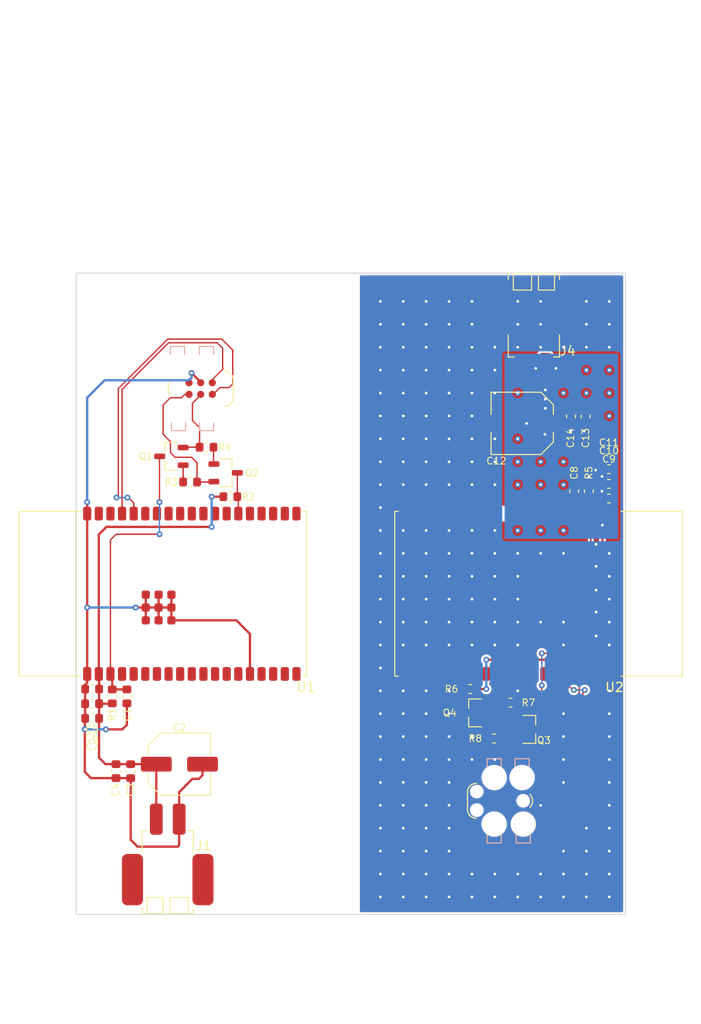
<source format=kicad_pcb>
(kicad_pcb (version 20211014) (generator pcbnew)
  (layers (0 "F.Cu" signal) (1 "In1.Cu" signal) (2 "In2.Cu" signal) (31 "B.Cu" signal) (34 "B.Paste" user) (35 "F.Paste" user) (36 "B.SilkS" user "B.Silkscreen") (37 "F.SilkS" user "F.Silkscreen") (38 "B.Mask" user) (39 "F.Mask" user) (44 "Edge.Cuts" user))
  (net 0 "")
  (net 1 "+3V3")
  (net 2 "GND")
  (net 3 "/EN")
  (net 4 "/1_EN")
  (net 5 "/USB_DTR")
  (net 7 "/USB_RTS")
  (net 8 "/1_USB_DTR")
  (net 10 "/1_USB_RTS")
  (net 11 "Net-(Q1-Pad1)")
  (net 12 "Net-(Q2-Pad1)")
  (net 13 "/IO0")
  (net 14 "Net-(Q3-Pad1)")
  (net 15 "Net-(Q4-Pad1)")
  (net 16 "/1_IO0")
  (net 75 "/ESP_RX")
  (net 76 "/ESP_TX")
  (net 79 "/1_ESP_RX")
  (net 80 "/1_ESP_TX")
  (net 81 "/1_3V3")
  (net 82 "/1_GND")
  (footprint "footprints:RESISTOR_0603N" (layer "F.Cu") (at 56 -46.2 -90)
    (fp_text reference "R5")
    (fp_text value "RC0603JR-0710KL")
  )
  (footprint "footprints:TC2030_SMALL" (layer "F.Cu") (at 13.6 -57.4)
    (fp_text reference "J2" hide)
    (fp_text value "Tag_Connect_Programmer_6-Pin" hide)
  )
  (footprint "footprints:CAPACITOR_0603N" (layer "F.Cu") (at 1.74 -21.4 180)
    (fp_text reference "C7")
    (fp_text value "CC0603KRX5R9BB105")
  )
  (footprint "footprints:RESISTOR_0603N" (layer "F.Cu") (at 47.46 -23.115001)
    (fp_text reference "R7")
    (fp_text value "RC0603JR-0710KL")
  )
  (footprint "footprints:RESISTOR_0603N" (layer "F.Cu") (at 3.94 -23.8 90)
    (fp_text reference "R1")
    (fp_text value "RC0603JR-0710KL")
  )
  (footprint "footprints:CAPACITOR_0603N" (layer "F.Cu") (at 58.2 -48.6)
    (fp_text reference "C11")
    (fp_text value "CC0603KRX5R9BB105")
  )
  (footprint "footprints:RESISTOR_0603N" (layer "F.Cu") (at 5.95 -15.64 -90)
    (fp_text reference "C3")
    (fp_text value "EMK107BB7225MA-T")
  )
  (footprint "footprints:RESISTOR_0603N" (layer "F.Cu") (at 45.66 -19.2 180)
    (fp_text reference "R8")
    (fp_text value "RC0603JR-0710KL")
  )
  (footprint "footprints:CAPAE660X550D720L265X65N" (layer "F.Cu") (at 11.275 -16.4)
    (fp_text reference "C2")
    (fp_text value "EMVE160ADA470MF55G")
  )
  (footprint "footprints:RESISTOR_0603N" (layer "F.Cu") (at 14.24 -51)
    (fp_text reference "R4")
    (fp_text value "RC0603JR-0710KL")
  )
  (footprint "footprints:RESISTOR_0603N" (layer "F.Cu") (at 43.06 -24.6 180)
    (fp_text reference "R6")
    (fp_text value "RC0603JR-0710KL")
  )
  (footprint "footprints:RESISTOR_0603N" (layer "F.Cu") (at 55.65 -54.36 90)
    (fp_text reference "C13")
    (fp_text value "EMK107BB7225MA-T")
  )
  (footprint "footprints:TC2030_SMALL" (layer "F.Cu") (at 46.3 -12.4 180)
    (fp_text reference "J3" hide)
    (fp_text value "Tag_Connect_Programmer_6-Pin" hide)
  )
  (footprint "footprints:CAPACITOR_0603N" (layer "F.Cu") (at 5.54 -23.8 -90)
    (fp_text reference "C1")
    (fp_text value "CC0603KRX5R9BB105")
  )
  (footprint "footprints:MMSS8050-L-TPN" (layer "F.Cu") (at 10.4 -50 180)
    (fp_text reference "Q1")
    (fp_text value "MMSS8050-L-TP")
  )
  (footprint "footprints:CAPACITOR_0603N" (layer "F.Cu") (at 54.4 -46.2 90)
    (fp_text reference "C8")
    (fp_text value "CC0603KRX5R9BB105")
  )
  (footprint "footprints:RESISTOR_0603N" (layer "F.Cu") (at 4.35 -15.64 -90)
    (fp_text reference "C4")
    (fp_text value "EMK107BB7225MA-T")
  )
  (footprint "footprints:RESISTOR_0603N" (layer "F.Cu") (at 54.05 -54.36 90)
    (fp_text reference "C14")
    (fp_text value "EMK107BB7225MA-T")
  )
  (footprint "footprints:CAPACITOR_0603N" (layer "F.Cu") (at 58.2 -45.4)
    (fp_text reference "C9")
    (fp_text value "CC0603KRX5R9BB105")
  )
  (footprint "footprints:MMSS8050-L-TPN" (layer "F.Cu") (at 16.32 -48.2)
    (fp_text reference "Q2")
    (fp_text value "MMSS8050-L-TP")
  )
  (footprint "footprints:ESP32-WROVER-IE-N8R8_EXT_ANT" (layer "F.Cu") (at 9.46 -35 90)
    (fp_text reference "U1")
    (fp_text value "ESP32-WROVER-IE-N8R8")
  )
  (footprint "footprints:CAPACITOR_0603N" (layer "F.Cu") (at 1.74 -23 180)
    (fp_text reference "C6")
    (fp_text value "CC0603KRX5R9BB105")
  )
  (footprint "footprints:CAPAE660X550D720L265X65N" (layer "F.Cu") (at 48.725 -53.6 180)
    (fp_text reference "C12")
    (fp_text value "EMVE160ADA470MF55G")
  )
  (footprint "footprints:RESISTOR_0603N" (layer "F.Cu") (at 12.44 -47.2 180)
    (fp_text reference "R3")
    (fp_text value "RC0603JR-0710KL")
  )
  (footprint "footprints:MMSS8050-L-TPN" (layer "F.Cu") (at 43.58 -22 180)
    (fp_text reference "Q4")
    (fp_text value "MMSS8050-L-TP")
  )
  (footprint "footprints:MMSS8050-L-TPN" (layer "F.Cu") (at 49.5 -20.2)
    (fp_text reference "Q3")
    (fp_text value "MMSS8050-L-TP")
  )
  (footprint "footprints:ESP32-WROVER-IE-N8R8_EXT_ANT" (layer "F.Cu") (at 50.5 -35 -90)
    (fp_text reference "U2")
    (fp_text value "ESP32-WROVER-IE-N8R8")
  )
  (footprint "footprints:1702473" (layer "F.Cu") (at 50 -62.9 180)
    (fp_text reference "J4")
    (fp_text value "1702473")
  )
  (footprint "footprints:1702473" (layer "F.Cu") (at 10 -7.1)
    (fp_text reference "J1")
    (fp_text value "1702473")
  )
  (footprint "footprints:RESISTOR_0603N" (layer "F.Cu") (at 16.84 -45.6)
    (fp_text reference "R2")
    (fp_text value "RC0603JR-0710KL")
  )
  (footprint "footprints:CAPACITOR_0603N" (layer "F.Cu") (at 58.2 -47)
    (fp_text reference "C10")
    (fp_text value "CC0603KRX5R9BB105")
  )
  (footprint "footprints:CAPACITOR_0603N" (layer "F.Cu") (at 1.74 -24.6 180)
    (fp_text reference "C5")
    (fp_text value "CC0603KRX5R9BB105")
  )
  (gr_rect (start 0 0) (end 60 -70) (layer "Edge.Cuts") (width 0.1) (fill none))
  (segment (start 51.25 -56.25) (end 51.25 -55.25) (width 1) (layer "F.Cu") (net 1))
  (segment (start 56.85 -48.6) (end 57.44 -48.6) (width 0.75) (layer "F.Cu") (net 1))
  (segment (start 57.49 -45.35) (end 57.44 -45.4) (width 0.75) (layer "F.Cu") (net 1))
  (segment (start 56.7 -53.6) (end 55.65 -53.6) (width 0.75) (layer "F.Cu") (net 1))
  (segment (start 51.25 -53.6) (end 49.2 -53.6) (width 0.75) (layer "F.Cu") (net 1))
  (segment (start 51.25 -55.25) (end 51.25 -53.6) (width 1) (layer "F.Cu") (net 1))
  (segment (start 51.25 -52.45) (end 51.2 -52.4) (width 0.75) (layer "F.Cu") (net 1))
  (segment (start 56 -46.96) (end 57.4 -46.96) (width 0.75) (layer "F.Cu") (net 1))
  (segment (start 51.25 -57.25) (end 51.25 -56.25) (width 1) (layer "F.Cu") (net 1))
  (segment (start 44.8 -24.6) (end 43.82 -24.6) (width 0.25) (layer "F.Cu") (net 1))
  (segment (start 51.25 -53.6) (end 51.25 -52.45) (width 0.75) (layer "F.Cu") (net 1))
  (segment (start 57.44 -48.6) (end 57.44 -52.86) (width 0.75) (layer "F.Cu") (net 1))
  (segment (start 51.25 -59.6) (end 52.4 -59.6) (width 1) (layer "F.Cu") (net 1))
  (segment (start 57.44 -47.81) (end 57.44 -48.6) (width 0.75) (layer "F.Cu") (net 1))
  (segment (start 57.49 -28.79) (end 57 -28.3) (width 0.25) (layer "F.Cu") (net 1))
  (segment (start 56 -46.96) (end 56 -47.75) (width 0.75) (layer "F.Cu") (net 1))
  (segment (start 50.8 -27.8) (end 44.8 -27.8) (width 0.25) (layer "F.Cu") (net 1))
  (segment (start 57.49 -44.51) (end 57.49 -42.49) (width 0.75) (layer "F.Cu") (net 1))
  (segment (start 57.44 -45.4) (end 57.44 -47.81) (width 0.75) (layer "F.Cu") (net 1))
  (segment (start 57.49 -42.49) (end 57.49 -28.79) (width 0.25) (layer "F.Cu") (net 1))
  (segment (start 57.4 -46.96) (end 57.44 -47) (width 0.75) (layer "F.Cu") (net 1))
  (segment (start 55.65 -52.9) (end 55.65 -53.6) (width 0.75) (layer "F.Cu") (net 1))
  (segment (start 54.05 -53.6) (end 55.65 -53.6) (width 0.75) (layer "F.Cu") (net 1))
  (segment (start 55.5 -52.75) (end 55.65 -52.9) (width 0.75) (layer "F.Cu") (net 1))
  (segment (start 54.05 -52.8) (end 54.05 -53.6) (width 0.75) (layer "F.Cu") (net 1))
  (segment (start 57.49 -43.75) (end 57.49 -42.49) (width 0.25) (layer "F.Cu") (net 1))
  (segment (start 51.25 -53.6) (end 54.05 -53.6) (width 0.75) (layer "F.Cu") (net 1))
  (segment (start 57.49 -44.51) (end 57.49 -45.35) (width 0.75) (layer "F.Cu") (net 1))
  (segment (start 56.75 -48.5) (end 56.85 -48.6) (width 0.75) (layer "F.Cu") (net 1))
  (segment (start 51.25 -59.6) (end 51.25 -57.25) (width 1) (layer "F.Cu") (net 1))
  (segment (start 51.25 -59.6) (end 50.2 -59.6) (width 1) (layer "F.Cu") (net 1))
  (segment (start 57 -28.3) (end 56.5 -27.8) (width 0.25) (layer "F.Cu") (net 1))
  (segment (start 57.49 -43.75) (end 57.49 -44.51) (width 0.75) (layer "F.Cu") (net 1))
  (segment (start 57.44 -52.86) (end 56.7 -53.6) (width 0.75) (layer "F.Cu") (net 1))
  (segment (start 54 -52.75) (end 54.05 -52.8) (width 0.75) (layer "F.Cu") (net 1))
  (segment (start 56.5 -27.8) (end 50.8 -27.8) (width 0.25) (layer "F.Cu") (net 1))
  (via (at 44.8 -24.6) (size 0.65) (drill 0.3) (layers "F.Cu" "B.Cu") (net 1))
  (via (at 56 -47.75) (size 0.65) (drill 0.3) (layers "F.Cu" "B.Cu") (net 1))
  (via (at 57.49 -42.49) (size 0.65) (drill 0.3) (layers "F.Cu" "B.Cu") (net 1))
  (via (at 56.75 -48.5) (size 0.65) (drill 0.3) (layers "F.Cu" "B.Cu") (net 1))
  (via (at 51.25 -57.25) (size 0.65) (drill 0.3) (layers "F.Cu" "B.Cu") (net 1))
  (via (at 51.25 -55.25) (size 0.65) (drill 0.3) (layers "F.Cu" "B.Cu") (net 1))
  (via (at 51.2 -52.4) (size 0.65) (drill 0.3) (layers "F.Cu" "B.Cu") (net 1))
  (via (at 55.5 -52.75) (size 0.65) (drill 0.3) (layers "F.Cu" "B.Cu") (net 1))
  (via (at 57.44 -46.19) (size 0.65) (drill 0.3) (layers "F.Cu" "B.Cu") (net 1))
  (via (at 54 -52.75) (size 0.65) (drill 0.3) (layers "F.Cu" "B.Cu") (net 1))
  (via (at 49.2 -53.6) (size 0.65) (drill 0.3) (layers "F.Cu" "B.Cu") (net 1))
  (via (at 51.25 -56.25) (size 0.65) (drill 0.3) (layers "F.Cu" "B.Cu") (net 1))
  (via (at 57.44 -47.81) (size 0.65) (drill 0.3) (layers "F.Cu" "B.Cu") (net 1))
  (via (at 52.4 -59.6) (size 0.65) (drill 0.3) (layers "F.Cu" "B.Cu") (net 1))
  (via (at 44.8 -27.8) (size 0.65) (drill 0.3) (layers "F.Cu" "B.Cu") (net 1))
  (via (at 50.2 -59.6) (size 0.65) (drill 0.3) (layers "F.Cu" "B.Cu") (net 1))
  (segment (start 44.8 -27.8) (end 44.8 -24.6) (width 0.25) (layer "B.Cu") (net 1))
  (via (at 48.235 -34.409524) (size 0.65) (drill 0.3) (layers "F.Cu" "B.Cu") (net 2))
  (via (at 38.235 -29.409524) (size 0.65) (drill 0.3) (layers "F.Cu" "B.Cu") (net 2))
  (via (at 33.235 -31.909524) (size 0.65) (drill 0.3) (layers "F.Cu" "B.Cu") (net 2))
  (via (at 43.235 -51.909524) (size 0.65) (drill 0.3) (layers "F.Cu" "B.Cu") (net 2))
  (via (at 40.735 -4.409524) (size 0.65) (drill 0.3) (layers "F.Cu" "B.Cu") (net 2))
  (via (at 48.235 -31.909524) (size 0.65) (drill 0.3) (layers "F.Cu" "B.Cu") (net 2))
  (via (at 45.735 -34.409524) (size 0.65) (drill 0.3) (layers "F.Cu" "B.Cu") (net 2))
  (via (at 58.235 -16.909524) (size 0.65) (drill 0.3) (layers "F.Cu" "B.Cu") (net 2))
  (via (at 45.735 -61.909524) (size 0.65) (drill 0.3) (layers "F.Cu" "B.Cu") (net 2))
  (via (at 35.735 -29.409524) (size 0.65) (drill 0.3) (layers "F.Cu" "B.Cu") (net 2))
  (via (at 45.735 -59.409524) (size 0.65) (drill 0.3) (layers "F.Cu" "B.Cu") (net 2))
  (via (at 53.235 -49.409524) (size 0.65) (drill 0.3) (layers "F.Cu" "B.Cu") (net 2))
  (via (at 45.735 -1.909524) (size 0.65) (drill 0.3) (layers "F.Cu" "B.Cu") (net 2))
  (via (at 43.235 -31.909524) (size 0.65) (drill 0.3) (layers "F.Cu" "B.Cu") (net 2))
  (via (at 35.735 -46.909524) (size 0.65) (drill 0.3) (layers "F.Cu" "B.Cu") (net 2))
  (via (at 53.235 -1.909524) (size 0.65) (drill 0.3) (layers "F.Cu" "B.Cu") (net 2))
  (via (at 50.735 -61.909524) (size 0.65) (drill 0.3) (layers "F.Cu" "B.Cu") (net 2))
  (via (at 35.735 -59.409524) (size 0.65) (drill 0.3) (layers "F.Cu" "B.Cu") (net 2))
  (via (at 35.735 -1.909524) (size 0.65) (drill 0.3) (layers "F.Cu" "B.Cu") (net 2))
  (via (at 50.735 -31.909524) (size 0.65) (drill 0.3) (layers "F.Cu" "B.Cu") (net 2))
  (via (at 45.735 -29.409524) (size 0.65) (drill 0.3) (layers "F.Cu" "B.Cu") (net 2))
  (via (at 48.235 -1.909524) (size 0.65) (drill 0.3) (layers "F.Cu" "B.Cu") (net 2))
  (via (at 55.735 -61.909524) (size 0.65) (drill 0.3) (layers "F.Cu" "B.Cu") (net 2))
  (via (at 55.735 -56.909524) (size 0.65) (drill 0.3) (layers "F.Cu" "B.Cu") (net 2))
  (via (at 43.235 -49.409524) (size 0.65) (drill 0.3) (layers "F.Cu" "B.Cu") (net 2))
  (via (at 58.235 -66.909524) (size 0.65) (drill 0.3) (layers "F.Cu" "B.Cu") (net 2))
  (via (at 33.235 -19.409524) (size 0.65) (drill 0.3) (layers "F.Cu" "B.Cu") (net 2))
  (via (at 40.735 -36.909524) (size 0.65) (drill 0.3) (layers "F.Cu" "B.Cu") (net 2))
  (via (at 58.235 -64.409524) (size 0.65) (drill 0.3) (layers "F.Cu" "B.Cu") (net 2))
  (via (at 58.235 -54.409524) (size 0.65) (drill 0.3) (layers "F.Cu" "B.Cu") (net 2))
  (via (at 40.735 -39.409524) (size 0.65) (drill 0.3) (layers "F.Cu" "B.Cu") (net 2))
  (via (at 35.735 -39.409524) (size 0.65) (drill 0.3) (layers "F.Cu" "B.Cu") (net 2))
  (via (at 40.735 -11.909524) (size 0.65) (drill 0.3) (layers "F.Cu" "B.Cu") (net 2))
  (via (at 33.235 -21.909524) (size 0.65) (drill 0.3) (layers "F.Cu" "B.Cu") (net 2))
  (via (at 33.235 -44.409524) (size 0.65) (drill 0.3) (layers "F.Cu" "B.Cu") (net 2))
  (via (at 40.735 -64.409524) (size 0.65) (drill 0.3) (layers "F.Cu" "B.Cu") (net 2))
  (via (at 48.235 -41.909524) (size 0.65) (drill 0.3) (layers "F.Cu" "B.Cu") (net 2))
  (via (at 48.235 -36.909524) (size 0.65) (drill 0.3) (layers "F.Cu" "B.Cu") (net 2))
  (via (at 50.735 -49.409524) (size 0.65) (drill 0.3) (layers "F.Cu" "B.Cu") (net 2))
  (via (at 55.735 -59.409524) (size 0.65) (drill 0.3) (layers "F.Cu" "B.Cu") (net 2))
  (via (at 45.735 -39.409524) (size 0.65) (drill 0.3) (layers "F.Cu" "B.Cu") (net 2))
  (via (at 35.735 -56.909524) (size 0.65) (drill 0.3) (layers "F.Cu" "B.Cu") (net 2))
  (via (at 33.235 -49.409524) (size 0.65) (drill 0.3) (layers "F.Cu" "B.Cu") (net 2))
  (via (at 38.235 -21.909524) (size 0.65) (drill 0.3) (layers "F.Cu" "B.Cu") (net 2))
  (via (at 56.8 -40.4) (size 0.65) (drill 0.3) (layers "F.Cu" "B.Cu") (net 2))
  (via (at 58.235 -21.909524) (size 0.65) (drill 0.3) (layers "F.Cu" "B.Cu") (net 2))
  (via (at 33.235 -64.409524) (size 0.65) (drill 0.3) (layers "F.Cu" "B.Cu") (net 2))
  (via (at 48.235 -51.909524) (size 0.65) (drill 0.3) (layers "F.Cu" "B.Cu") (net 2))
  (via (at 33.235 -56.909524) (size 0.65) (drill 0.3) (layers "F.Cu" "B.Cu") (net 2))
  (via (at 55.735 -1.909524) (size 0.65) (drill 0.3) (layers "F.Cu" "B.Cu") (net 2))
  (via (at 40.735 -41.909524) (size 0.65) (drill 0.3) (layers "F.Cu" "B.Cu") (net 2))
  (via (at 40.735 -49.409524) (size 0.65) (drill 0.3) (layers "F.Cu" "B.Cu") (net 2))
  (via (at 40.735 -61.909524) (size 0.65) (drill 0.3) (layers "F.Cu" "B.Cu") (net 2))
  (via (at 38.235 -31.909524) (size 0.65) (drill 0.3) (layers "F.Cu" "B.Cu") (net 2))
  (via (at 38.235 -46.909524) (size 0.65) (drill 0.3) (layers "F.Cu" "B.Cu") (net 2))
  (via (at 38.235 -4.409524) (size 0.65) (drill 0.3) (layers "F.Cu" "B.Cu") (net 2))
  (via (at 40.735 -19.409524) (size 0.65) (drill 0.3) (layers "F.Cu" "B.Cu") (net 2))
  (via (at 53.235 -46.909524) (size 0.65) (drill 0.3) (layers "F.Cu" "B.Cu") (net 2))
  (via (at 53.235 -61.909524) (size 0.65) (drill 0.3) (layers "F.Cu" "B.Cu") (net 2))
  (via (at 48.235 -29.409524) (size 0.65) (drill 0.3) (layers "F.Cu" "B.Cu") (net 2))
  (via (at 35.735 -21.909524) (size 0.65) (drill 0.3) (layers "F.Cu" "B.Cu") (net 2))
  (via (at 50.735 -4.409524) (size 0.65) (drill 0.3) (layers "F.Cu" "B.Cu") (net 2))
  (via (at 33.235 -24.409524) (size 0.65) (drill 0.3) (layers "F.Cu" "B.Cu") (net 2))
  (via (at 35.735 -6.909524) (size 0.65) (drill 0.3) (layers "F.Cu" "B.Cu") (net 2))
  (via (at 58.235 -61.909524) (size 0.65) (drill 0.3) (layers "F.Cu" "B.Cu") (net 2))
  (via (at 58.235 -24.409524) (size 0.65) (drill 0.3) (layers "F.Cu" "B.Cu") (net 2))
  (via (at 40.735 -66.909524) (size 0.65) (drill 0.3) (layers "F.Cu" "B.Cu") (net 2))
  (via (at 38.235 -24.409524) (size 0.65) (drill 0.3) (layers "F.Cu" "B.Cu") (net 2))
  (via (at 53.235 -31.909524) (size 0.65) (drill 0.3) (layers "F.Cu" "B.Cu") (net 2))
  (via (at 38.235 -34.409524) (size 0.65) (drill 0.3) (layers "F.Cu" "B.Cu") (net 2))
  (via (at 35.735 -66.909524) (size 0.65) (drill 0.3) (layers "F.Cu" "B.Cu") (net 2))
  (via (at 58.235 -11.909524) (size 0.65) (drill 0.3) (layers "F.Cu" "B.Cu") (net 2))
  (via (at 38.235 -14.409524) (size 0.65) (drill 0.3) (layers "F.Cu" "B.Cu") (net 2))
  (via (at 38.235 -41.909524) (size 0.65) (drill 0.3) (layers "F.Cu" "B.Cu") (net 2))
  (via (at 40.735 -34.409524) (size 0.65) (drill 0.3) (layers "F.Cu" "B.Cu") (net 2))
  (via (at 43.235 -41.909524) (size 0.65) (drill 0.3) (layers "F.Cu" "B.Cu") (net 2))
  (via (at 38.235 -19.409524) (size 0.65) (drill 0.3) (layers "F.Cu" "B.Cu") (net 2))
  (via (at 33.235 -54.409524) (size 0.65) (drill 0.3) (layers "F.Cu" "B.Cu") (net 2))
  (via (at 50.735 -64.409524) (size 0.65) (drill 0.3) (layers "F.Cu" "B.Cu") (net 2))
  (via (at 48.235 -61.909524) (size 0.65) (drill 0.3) (layers "F.Cu" "B.Cu") (net 2))
  (via (at 53.235 -39.409524) (size 0.65) (drill 0.3) (layers "F.Cu" "B.Cu") (net 2))
  (via (at 45.735 -41.909524) (size 0.65) (drill 0.3) (layers "F.Cu" "B.Cu") (net 2))
  (via (at 45.735 -36.909524) (size 0.65) (drill 0.3) (layers "F.Cu" "B.Cu") (net 2))
  (via (at 40.735 -31.909524) (size 0.65) (drill 0.3) (layers "F.Cu" "B.Cu") (net 2))
  (via (at 40.735 -1.909524) (size 0.65) (drill 0.3) (layers "F.Cu" "B.Cu") (net 2))
  (via (at 43.235 -59.409524) (size 0.65) (drill 0.3) (layers "F.Cu" "B.Cu") (net 2))
  (via (at 33.235 -36.909524) (size 0.65) (drill 0.3) (layers "F.Cu" "B.Cu") (net 2))
  (via (at 50.735 -1.909524) (size 0.65) (drill 0.3) (layers "F.Cu" "B.Cu") (net 2))
  (via (at 33.235 -39.409524) (size 0.65) (drill 0.3) (layers "F.Cu" "B.Cu") (net 2))
  (via (at 35.735 -24.409524) (size 0.65) (drill 0.3) (layers "F.Cu" "B.Cu") (net 2))
  (via (at 40.735 -29.409524) (size 0.65) (drill 0.3) (layers "F.Cu" "B.Cu") (net 2))
  (via (at 33.235 -46.909524) (size 0.65) (drill 0.3) (layers "F.Cu" "B.Cu") (net 2))
  (via (at 33.235 -41.909524) (size 0.65) (drill 0.3) (layers "F.Cu" "B.Cu") (net 2))
  (via (at 48.235 -49.409524) (size 0.65) (drill 0.3) (layers "F.Cu" "B.Cu") (net 2))
  (via (at 33.235 -4.409524) (size 0.65) (drill 0.3) (layers "F.Cu" "B.Cu") (net 2))
  (via (at 43.235 -29.409524) (size 0.65) (drill 0.3) (layers "F.Cu" "B.Cu") (net 2))
  (via (at 35.735 -34.409524) (size 0.65) (drill 0.3) (layers "F.Cu" "B.Cu") (net 2))
  (via (at 48.235 -39.409524) (size 0.65) (drill 0.3) (layers "F.Cu" "B.Cu") (net 2))
  (via (at 58.235 -56.909524) (size 0.65) (drill 0.3) (layers "F.Cu" "B.Cu") (net 2))
  (via (at 40.735 -46.909524) (size 0.65) (drill 0.3) (layers "F.Cu" "B.Cu") (net 2))
  (via (at 40.735 -24.409524) (size 0.65) (drill 0.3) (layers "F.Cu" "B.Cu") (net 2))
  (via (at 53.235 -19.409524) (size 0.65) (drill 0.3) (layers "F.Cu" "B.Cu") (net 2))
  (via (at 35.735 -16.909524) (size 0.65) (drill 0.3) (layers "F.Cu" "B.Cu") (net 2))
  (via (at 53.235 -56.909524) (size 0.65) (drill 0.3) (layers "F.Cu" "B.Cu") (net 2))
  (via (at 38.235 -39.409524) (size 0.65) (drill 0.3) (layers "F.Cu" "B.Cu") (net 2))
  (via (at 40.735 -54.409524) (size 0.65) (drill 0.3) (layers "F.Cu" "B.Cu") (net 2))
  (via (at 33.235 -11.909524) (size 0.65) (drill 0.3) (layers "F.Cu" "B.Cu") (net 2))
  (via (at 50.735 -46.909524) (size 0.65) (drill 0.3) (layers "F.Cu" "B.Cu") (net 2))
  (via (at 40.735 -16.909524) (size 0.65) (drill 0.3) (layers "F.Cu" "B.Cu") (net 2))
  (via (at 43.235 -16.909524) (size 0.65) (drill 0.3) (layers "F.Cu" "B.Cu") (net 2))
  (via (at 45.735 -4.409524) (size 0.65) (drill 0.3) (layers "F.Cu" "B.Cu") (net 2))
  (via (at 35.735 -54.409524) (size 0.65) (drill 0.3) (layers "F.Cu" "B.Cu") (net 2))
  (via (at 43.235 -46.909524) (size 0.65) (drill 0.3) (layers "F.Cu" "B.Cu") (net 2))
  (via (at 40.735 -56.909524) (size 0.65) (drill 0.3) (layers "F.Cu" "B.Cu") (net 2))
  (via (at 40.735 -9.409524) (size 0.65) (drill 0.3) (layers "F.Cu" "B.Cu") (net 2))
  (via (at 43.235 -39.409524) (size 0.65) (drill 0.3) (layers "F.Cu" "B.Cu") (net 2))
  (via (at 58.235 -9.409524) (size 0.65) (drill 0.3) (layers "F.Cu" "B.Cu") (net 2))
  (via (at 48.235 -24.409524) (size 0.65) (drill 0.3) (layers "F.Cu" "B.Cu") (net 2))
  (via (at 56.8 -38) (size 0.65) (drill 0.3) (layers "F.Cu" "B.Cu") (net 2))
  (via (at 43.235 -34.409524) (size 0.65) (drill 0.3) (layers "F.Cu" "B.Cu") (net 2))
  (via (at 58.235 -4.409524) (size 0.65) (drill 0.3) (layers "F.Cu" "B.Cu") (net 2))
  (via (at 40.735 -6.909524) (size 0.65) (drill 0.3) (layers "F.Cu" "B.Cu") (net 2))
  (via (at 53.235 -6.909524) (size 0.65) (drill 0.3) (layers "F.Cu" "B.Cu") (net 2))
  (via (at 33.235 -34.409524) (size 0.65) (drill 0.3) (layers "F.Cu" "B.Cu") (net 2))
  (via (at 58.235 -34.409524) (size 0.65) (drill 0.3) (layers "F.Cu" "B.Cu") (net 2))
  (via (at 53.235 -4.409524) (size 0.65) (drill 0.3) (layers "F.Cu" "B.Cu") (net 2))
  (via (at 35.735 -64.409524) (size 0.65) (drill 0.3) (layers "F.Cu" "B.Cu") (net 2))
  (via (at 38.235 -56.909524) (size 0.65) (drill 0.3) (layers "F.Cu" "B.Cu") (net 2))
  (via (at 35.735 -51.909524) (size 0.65) (drill 0.3) (layers "F.Cu" "B.Cu") (net 2))
  (via (at 58.235 -6.909524) (size 0.65) (drill 0.3) (layers "F.Cu" "B.Cu") (net 2))
  (via (at 33.235 -1.909524) (size 0.65) (drill 0.3) (layers "F.Cu" "B.Cu") (net 2))
  (via (at 35.735 -36.909524) (size 0.65) (drill 0.3) (layers "F.Cu" "B.Cu") (net 2))
  (via (at 48.235 -46.909524) (size 0.65) (drill 0.3) (layers "F.Cu" "B.Cu") (net 2))
  (via (at 40.735 -21.909524) (size 0.65) (drill 0.3) (layers "F.Cu" "B.Cu") (net 2))
  (via (at 58.235 -14.409524) (size 0.65) (drill 0.3) (layers "F.Cu" "B.Cu") (net 2))
  (via (at 45.735 -16.909524) (size 0.65) (drill 0.3) (layers "F.Cu" "B.Cu") (net 2))
  (via (at 45.735 -49.409524) (size 0.65) (drill 0.3) (layers "F.Cu" "B.Cu") (net 2))
  (via (at 58.235 -36.909524) (size 0.65) (drill 0.3) (layers "F.Cu" "B.Cu") (net 2))
  (via (at 45.735 -51.909524) (size 0.65) (drill 0.3) (layers "F.Cu" "B.Cu") (net 2))
  (via (at 38.235 -16.909524) (size 0.65) (drill 0.3) (layers "F.Cu" "B.Cu") (net 2))
  (via (at 35.735 -31.909524) (size 0.65) (drill 0.3) (layers "F.Cu" "B.Cu") (net 2))
  (via (at 35.735 -49.409524) (size 0.65) (drill 0.3) (layers "F.Cu" "B.Cu") (net 2))
  (via (at 38.235 -9.409524) (size 0.65) (drill 0.3) (layers "F.Cu" "B.Cu") (net 2))
  (via (at 45.735 -46.909524) (size 0.65) (drill 0.3) (layers "F.Cu" "B.Cu") (net 2))
  (via (at 35.735 -19.409524) (size 0.65) (drill 0.3) (layers "F.Cu" "B.Cu") (net 2))
  (via (at 38.235 -54.409524) (size 0.65) (drill 0.3) (layers "F.Cu" "B.Cu") (net 2))
  (via (at 33.235 -66.909524) (size 0.65) (drill 0.3) (layers "F.Cu" "B.Cu") (net 2))
  (via (at 38.235 -11.909524) (size 0.65) (drill 0.3) (layers "F.Cu" "B.Cu") (net 2))
  (via (at 50.735 -39.409524) (size 0.65) (drill 0.3) (layers "F.Cu" "B.Cu") (net 2))
  (via (at 35.735 -41.909524) (size 0.65) (drill 0.3) (layers "F.Cu" "B.Cu") (net 2))
  (via (at 50.735 -41.909524) (size 0.65) (drill 0.3) (layers "F.Cu" "B.Cu") (net 2))
  (via (at 40.735 -59.409524) (size 0.65) (drill 0.3) (layers "F.Cu" "B.Cu") (net 2))
  (via (at 53.235 -16.909524) (size 0.65) (drill 0.3) (layers "F.Cu" "B.Cu") (net 2))
  (via (at 38.235 -66.909524) (size 0.65) (drill 0.3) (layers "F.Cu" "B.Cu") (net 2))
  (via (at 50.735 -66.909524) (size 0.65) (drill 0.3) (layers "F.Cu" "B.Cu") (net 2))
  (via (at 55.735 -66.909524) (size 0.65) (drill 0.3) (layers "F.Cu" "B.Cu") (net 2))
  (via (at 33.235 -29.409524) (size 0.65) (drill 0.3) (layers "F.Cu" "B.Cu") (net 2))
  (via (at 58.235 -39.409524) (size 0.65) (drill 0.3) (layers "F.Cu" "B.Cu") (net 2))
  (via (at 38.235 -64.409524) (size 0.65) (drill 0.3) (layers "F.Cu" "B.Cu") (net 2))
  (via (at 35.735 -61.909524) (size 0.65) (drill 0.3) (layers "F.Cu" "B.Cu") (net 2))
  (via (at 33.235 -14.409524) (size 0.65) (drill 0.3) (layers "F.Cu" "B.Cu") (net 2))
  (via (at 35.735 -9.409524) (size 0.65) (drill 0.3) (layers "F.Cu" "B.Cu") (net 2))
  (via (at 43.235 -64.409524) (size 0.65) (drill 0.3) (layers "F.Cu" "B.Cu") (net 2))
  (via (at 38.235 -49.409524) (size 0.65) (drill 0.3) (layers "F.Cu" "B.Cu") (net 2))
  (via (at 48.235 -4.409524) (size 0.65) (drill 0.3) (layers "F.Cu" "B.Cu") (net 2))
  (via (at 53.235 -21.909524) (size 0.65) (drill 0.3) (layers "F.Cu" "B.Cu") (net 2))
  (via (at 38.235 -36.909524) (size 0.65) (drill 0.3) (layers "F.Cu" "B.Cu") (net 2))
  (via (at 33.235 -59.409524) (size 0.65) (drill 0.3) (layers "F.Cu" "B.Cu") (net 2))
  (via (at 55.735 -64.409524) (size 0.65) (drill 0.3) (layers "F.Cu" "B.Cu") (net 2))
  (via (at 53.235 -14.409524) (size 0.65) (drill 0.3) (layers "F.Cu" "B.Cu") (net 2))
  (via (at 48.235 -66.909524) (size 0.65) (drill 0.3) (layers "F.Cu" "B.Cu") (net 2))
  (via (at 56.8 -30.4) (size 0.65) (drill 0.3) (layers "F.Cu" "B.Cu") (net 2))
  (via (at 38.235 -51.909524) (size 0.65) (drill 0.3) (layers "F.Cu" "B.Cu") (net 2))
  (via (at 45.735 -56.909524) (size 0.65) (drill 0.3) (layers "F.Cu" "B.Cu") (net 2))
  (via (at 33.235 -16.909524) (size 0.65) (drill 0.3) (layers "F.Cu" "B.Cu") (net 2))
  (via (at 40.735 -14.409524) (size 0.65) (drill 0.3) (layers "F.Cu" "B.Cu") (net 2))
  (via (at 55.735 -9.409524) (size 0.65) (drill 0.3) (layers "F.Cu" "B.Cu") (net 2))
  (via (at 55.735 -6.909524) (size 0.65) (drill 0.3) (layers "F.Cu" "B.Cu") (net 2))
  (via (at 56.8 -33) (size 0.65) (drill 0.3) (layers "F.Cu" "B.Cu") (net 2))
  (via (at 55.735 -4.409524) (size 0.65) (drill 0.3) (layers "F.Cu" "B.Cu") (net 2))
  (via (at 35.735 -11.909524) (size 0.65) (drill 0.3) (layers "F.Cu" "B.Cu") (net 2))
  (via (at 33.235 -9.409524) (size 0.65) (drill 0.3) (layers "F.Cu" "B.Cu") (net 2))
  (via (at 53.235 -41.909524) (size 0.65) (drill 0.3) (layers "F.Cu" "B.Cu") (net 2))
  (via (at 35.735 -14.409524) (size 0.65) (drill 0.3) (layers "F.Cu" "B.Cu") (net 2))
  (via (at 43.235 -56.909524) (size 0.65) (drill 0.3) (layers "F.Cu" "B.Cu") (net 2))
  (via (at 40.735 -51.909524) (size 0.65) (drill 0.3) (layers "F.Cu" "B.Cu") (net 2))
  (via (at 43.235 -66.909524) (size 0.65) (drill 0.3) (layers "F.Cu" "B.Cu") (net 2))
  (via (at 48.235 -64.409524) (size 0.65) (drill 0.3) (layers "F.Cu" "B.Cu") (net 2))
  (via (at 56.8 -35.4) (size 0.65) (drill 0.3) (layers "F.Cu" "B.Cu") (net 2))
  (via (at 58.235 -1.909524) (size 0.65) (drill 0.3) (layers "F.Cu" "B.Cu") (net 2))
  (via (at 43.235 -36.909524) (size 0.65) (drill 0.3) (layers "F.Cu" "B.Cu") (net 2))
  (via (at 50.735 -11.909524) (size 0.65) (drill 0.3) (layers "F.Cu" "B.Cu") (net 2))
  (via (at 38.235 -59.409524) (size 0.65) (drill 0.3) (layers "F.Cu" "B.Cu") (net 2))
  (via (at 33.235 -26.909524) (size 0.65) (drill 0.3) (layers "F.Cu" "B.Cu") (net 2))
  (via (at 38.235 -1.909524) (size 0.65) (drill 0.3) (layers "F.Cu" "B.Cu") (net 2))
  (via (at 33.235 -6.909524) (size 0.65) (drill 0.3) (layers "F.Cu" "B.Cu") (net 2))
  (via (at 38.235 -61.909524) (size 0.65) (drill 0.3) (layers "F.Cu" "B.Cu") (net 2))
  (via (at 43.235 -54.409524) (size 0.65) (drill 0.3) (layers "F.Cu" "B.Cu") (net 2))
  (via (at 33.235 -61.909524) (size 0.65) (drill 0.3) (layers "F.Cu" "B.Cu") (net 2))
  (via (at 45.735 -31.909524) (size 0.65) (drill 0.3) (layers "F.Cu" "B.Cu") (net 2))
  (via (at 43.235 -19.409524) (size 0.65) (drill 0.3) (layers "F.Cu" "B.Cu") (net 2))
  (via (at 35.735 -4.409524) (size 0.65) (drill 0.3) (layers "F.Cu" "B.Cu") (net 2))
  (via (at 43.235 -4.409524) (size 0.65) (drill 0.3) (layers "F.Cu" "B.Cu") (net 2))
  (via (at 33.235 -51.909524) (size 0.65) (drill 0.3) (layers "F.Cu" "B.Cu") (net 2))
  (via (at 58.235 -19.409524) (size 0.65) (drill 0.3) (layers "F.Cu" "B.Cu") (net 2))
  (via (at 58.235 -31.909524) (size 0.65) (drill 0.3) (layers "F.Cu" "B.Cu") (net 2))
  (via (at 43.235 -61.909524) (size 0.65) (drill 0.3) (layers "F.Cu" "B.Cu") (net 2))
  (via (at 58.235 -29.409524) (size 0.65) (drill 0.3) (layers "F.Cu" "B.Cu") (net 2))
  (via (at 48.235 -56.909524) (size 0.65) (drill 0.3) (layers "F.Cu" "B.Cu") (net 2))
  (via (at 58.235 -59.409524) (size 0.65) (drill 0.3) (layers "F.Cu" "B.Cu") (net 2))
  (via (at 53.235 -29.409524) (size 0.65) (drill 0.3) (layers "F.Cu" "B.Cu") (net 2))
  (via (at 38.235 -6.909524) (size 0.65) (drill 0.3) (layers "F.Cu" "B.Cu") (net 2))
  (via (at 43.235 -1.909524) (size 0.65) (drill 0.3) (layers "F.Cu" "B.Cu") (net 2))
  (segment (start 9.1 -41.5) (end 4.36 -41.5) (width 0.15) (layer "F.Cu") (net 3))
  (segment (start 9.1 -45) (end 9.1 -49.98) (width 0.15) (layer "F.Cu") (net 3))
  (segment (start 4.36 -41.5) (end 3.74 -40.88) (width 0.15) (layer "F.Cu") (net 3))
  (segment (start 5.54 -24.56) (end 3.94 -24.56) (width 0.25) (layer "F.Cu") (net 3))
  (segment (start 9.1 -49.98) (end 9.12 -50) (width 0.15) (layer "F.Cu") (net 3))
  (segment (start 3.94 -24.56) (end 3.94 -26.05) (width 0.25) (layer "F.Cu") (net 3))
  (segment (start 3.74 -40.88) (end 3.74 -26.25) (width 0.15) (layer "F.Cu") (net 3))
  (via (at 9.1 -41.5) (size 0.65) (drill 0.3) (layers "F.Cu" "B.Cu") (net 3))
  (via (at 9.1 -45) (size 0.65) (drill 0.3) (layers "F.Cu" "B.Cu") (net 3))
  (segment (start 9.1 -41.5) (end 9.1 -45) (width 0.15) (layer "B.Cu") (net 3))
  (segment (start 56.22 -45.22) (end 56 -45.44) (width 0.15) (layer "F.Cu") (net 4))
  (segment (start 50.86 -28.5) (end 55.6 -28.5) (width 0.15) (layer "F.Cu") (net 4))
  (segment (start 56.22 -29.12) (end 56.22 -43.75) (width 0.15) (layer "F.Cu") (net 4))
  (segment (start 50.86 -25) (end 50.86 -20.02) (width 0.15) (layer "F.Cu") (net 4))
  (segment (start 56.22 -43.75) (end 56.22 -45.22) (width 0.15) (layer "F.Cu") (net 4))
  (segment (start 55.6 -28.5) (end 56.22 -29.12) (width 0.15) (layer "F.Cu") (net 4))
  (segment (start 54.4 -45.44) (end 56 -45.44) (width 0.15) (layer "F.Cu") (net 4))
  (via (at 50.86 -25) (size 0.65) (drill 0.3) (layers "F.Cu" "B.Cu") (net 4))
  (via (at 50.86 -28.5) (size 0.65) (drill 0.3) (layers "F.Cu" "B.Cu") (net 4))
  (segment (start 50.86 -28.5) (end 50.86 -25) (width 0.15) (layer "B.Cu") (net 4))
  (segment (start 13.2 -49.3) (end 13.2 -47.2) (width 0.15) (layer "F.Cu") (net 5))
  (segment (start 15.04 -47.24) (end 15 -47.2) (width 0.15) (layer "F.Cu") (net 5))
  (segment (start 15 -47.2) (end 13.2 -47.2) (width 0.15) (layer "F.Cu") (net 5))
  (segment (start 11.865 -56.765) (end 11.5 -56.4) (width 0.15) (layer "F.Cu") (net 5))
  (segment (start 10.3 -50.4) (end 10.8 -49.9) (width 0.15) (layer "F.Cu") (net 5))
  (segment (start 12.6 -49.9) (end 13.2 -49.3) (width 0.15) (layer "F.Cu") (net 5))
  (segment (start 11.5 -56.4) (end 10.3 -56.4) (width 0.15) (layer "F.Cu") (net 5))
  (segment (start 10.3 -56.4) (end 9.5 -55.6) (width 0.15) (layer "F.Cu") (net 5))
  (segment (start 10.3 -51.6) (end 10.3 -50.4) (width 0.15) (layer "F.Cu") (net 5))
  (segment (start 9.5 -55.6) (end 9.5 -52.4) (width 0.15) (layer "F.Cu") (net 5))
  (segment (start 10.8 -49.9) (end 12.6 -49.9) (width 0.15) (layer "F.Cu") (net 5))
  (segment (start 12.33 -56.765) (end 11.865 -56.765) (width 0.15) (layer "F.Cu") (net 5))
  (segment (start 9.5 -52.4) (end 10.3 -51.6) (width 0.15) (layer "F.Cu") (net 5))
  (segment (start 12.7 -55.8) (end 13.6 -56.7) (width 0.15) (layer "F.Cu") (net 7))
  (segment (start 13.48 -53.12) (end 12.7 -53.9) (width 0.15) (layer "F.Cu") (net 7))
  (segment (start 13.6 -56.7) (end 13.6 -56.765) (width 0.15) (layer "F.Cu") (net 7))
  (segment (start 11.72 -51) (end 11.68 -50.96) (width 0.15) (layer "F.Cu") (net 7))
  (segment (start 12.7 -53.9) (end 12.7 -55.8) (width 0.15) (layer "F.Cu") (net 7))
  (segment (start 13.48 -51) (end 11.72 -51) (width 0.15) (layer "F.Cu") (net 7))
  (segment (start 13.48 -51) (end 13.48 -53.12) (width 0.15) (layer "F.Cu") (net 7))
  (segment (start 49.16 -20.1) (end 47.36 -20.1) (width 0.15) (layer "F.Cu") (net 8))
  (segment (start 46.76 -22.8) (end 44.96 -22.8) (width 0.15) (layer "F.Cu") (net 8))
  (segment (start 46.76 -20.7) (end 46.76 -22.8) (width 0.15) (layer "F.Cu") (net 8))
  (segment (start 47.36 -20.1) (end 46.76 -20.7) (width 0.15) (layer "F.Cu") (net 8))
  (segment (start 50.46 -14.4) (end 50.46 -17.6) (width 0.15) (layer "F.Cu") (net 8))
  (segment (start 48.095 -13.235) (end 48.26 -13.4) (width 0.15) (layer "F.Cu") (net 8))
  (segment (start 49.66 -18.4) (end 49.66 -19.6) (width 0.15) (layer "F.Cu") (net 8))
  (segment (start 50.46 -17.6) (end 49.66 -18.4) (width 0.15) (layer "F.Cu") (net 8))
  (segment (start 49.46 -13.4) (end 50.46 -14.4) (width 0.15) (layer "F.Cu") (net 8))
  (segment (start 48.26 -13.4) (end 49.46 -13.4) (width 0.15) (layer "F.Cu") (net 8))
  (segment (start 49.66 -19.6) (end 49.16 -20.1) (width 0.15) (layer "F.Cu") (net 8))
  (segment (start 47.63 -13.235) (end 48.095 -13.235) (width 0.15) (layer "F.Cu") (net 8))
  (segment (start 47.2 -14.14) (end 46.36 -13.3) (width 0.15) (layer "F.Cu") (net 10))
  (segment (start 47.2 -16.16) (end 47.2 -14.14) (width 0.15) (layer "F.Cu") (net 10))
  (segment (start 46.36 -13.3) (end 46.36 -13.235) (width 0.15) (layer "F.Cu") (net 10))
  (segment (start 48.24 -19) (end 46.48 -19) (width 0.15) (layer "F.Cu") (net 10))
  (segment (start 46.48 -16.88) (end 47.2 -16.16) (width 0.15) (layer "F.Cu") (net 10))
  (segment (start 48.28 -19.04) (end 48.24 -19) (width 0.15) (layer "F.Cu") (net 10))
  (segment (start 46.48 -19) (end 46.48 -16.88) (width 0.15) (layer "F.Cu") (net 10))
  (segment (start 11.68 -47.2) (end 11.68 -49.04) (width 0.15) (layer "F.Cu") (net 11))
  (segment (start 15 -49.2) (end 15 -51) (width 0.15) (layer "F.Cu") (net 12))
  (segment (start 15.04 -49.16) (end 15 -49.2) (width 0.15) (layer "F.Cu") (net 12))
  (segment (start 17.71 -43.75) (end 17.71 -45.49) (width 0.15) (layer "F.Cu") (net 13))
  (segment (start 17.71 -45.49) (end 17.6 -45.6) (width 0.15) (layer "F.Cu") (net 13))
  (segment (start 17.6 -45.6) (end 17.6 -48.2) (width 0.15) (layer "F.Cu") (net 13))
  (segment (start 48.28 -22.8) (end 48.28 -20.96) (width 0.15) (layer "F.Cu") (net 14))
  (segment (start 44.96 -20.8) (end 44.96 -19) (width 0.15) (layer "F.Cu") (net 15))
  (segment (start 44.92 -20.84) (end 44.96 -20.8) (width 0.15) (layer "F.Cu") (net 15))
  (segment (start 42.25 -26.25) (end 42.25 -24.51) (width 0.15) (layer "F.Cu") (net 16))
  (segment (start 42.36 -24.4) (end 42.36 -21.8) (width 0.15) (layer "F.Cu") (net 16))
  (segment (start 42.25 -24.51) (end 42.36 -24.4) (width 0.15) (layer "F.Cu") (net 16))
  (segment (start 16.8 -61.9) (end 15.9 -62.8) (width 0.15) (layer "F.Cu") (net 75))
  (segment (start 6.3 -43.77) (end 6.28 -43.75) (width 0.15) (layer "F.Cu") (net 75))
  (segment (start 5.7 -45.5) (end 6.3 -44.9) (width 0.15) (layer "F.Cu") (net 75))
  (segment (start 16.7 -57.5) (end 17.1 -57.9) (width 0.15) (layer "F.Cu") (net 75))
  (segment (start 4.6 -57.4) (end 4.6 -55.7) (width 0.15) (layer "F.Cu") (net 75))
  (segment (start 14.965 -56.765) (end 15.7 -57.5) (width 0.15) (layer "F.Cu") (net 75))
  (segment (start 4.6 -45.7) (end 4.4 -45.5) (width 0.15) (layer "F.Cu") (net 75))
  (segment (start 6.3 -44.9) (end 6.3 -43.77) (width 0.15) (layer "F.Cu") (net 75))
  (segment (start 17.1 -61.6) (end 16.8 -61.9) (width 0.15) (layer "F.Cu") (net 75))
  (segment (start 4.6 -55.7) (end 4.6 -45.7) (width 0.15) (layer "F.Cu") (net 75))
  (segment (start 5.6 -45.5) (end 5.7 -45.5) (width 0.15) (layer "F.Cu") (net 75))
  (segment (start 17.1 -57.9) (end 17.1 -61.6) (width 0.15) (layer "F.Cu") (net 75))
  (segment (start 14.9 -62.8) (end 10 -62.8) (width 0.15) (layer "F.Cu") (net 75))
  (segment (start 15.9 -62.8) (end 14.9 -62.8) (width 0.15) (layer "F.Cu") (net 75))
  (segment (start 14.87 -56.765) (end 14.965 -56.765) (width 0.15) (layer "F.Cu") (net 75))
  (segment (start 10 -62.8) (end 8.2 -61) (width 0.15) (layer "F.Cu") (net 75))
  (segment (start 8.2 -61) (end 4.6 -57.4) (width 0.15) (layer "F.Cu") (net 75))
  (segment (start 15.7 -57.5) (end 16.7 -57.5) (width 0.15) (layer "F.Cu") (net 75))
  (via (at 4.4 -45.5) (size 0.65) (drill 0.3) (layers "F.Cu" "B.Cu") (net 75))
  (via (at 5.6 -45.5) (size 0.65) (drill 0.3) (layers "F.Cu" "B.Cu") (net 75))
  (segment (start 4.4 -45.5) (end 5.6 -45.5) (width 0.15) (layer "B.Cu") (net 75))
  (segment (start 15.4 -62.4) (end 10.1 -62.4) (width 0.15) (layer "F.Cu") (net 76))
  (segment (start 5.01 -57.31) (end 5.01 -43.75) (width 0.15) (layer "F.Cu") (net 76))
  (segment (start 14.87 -58.035) (end 14.87 -58.37) (width 0.15) (layer "F.Cu") (net 76))
  (segment (start 16 -61.8) (end 15.4 -62.4) (width 0.15) (layer "F.Cu") (net 76))
  (segment (start 16 -59.5) (end 16 -61.8) (width 0.15) (layer "F.Cu") (net 76))
  (segment (start 10.1 -62.4) (end 5.01 -57.31) (width 0.15) (layer "F.Cu") (net 76))
  (segment (start 14.87 -58.37) (end 16 -59.5) (width 0.15) (layer "F.Cu") (net 76))
  (segment (start 55.36 -12.6) (end 55.36 -14.3) (width 0.15) (layer "F.Cu") (net 79))
  (segment (start 45.06 -7.2) (end 49.96 -7.2) (width 0.15) (layer "F.Cu") (net 79))
  (segment (start 55.36 -14.3) (end 55.36 -24.3) (width 0.15) (layer "F.Cu") (net 79))
  (segment (start 43.16 -8.1) (end 44.06 -7.2) (width 0.15) (layer "F.Cu") (net 79))
  (segment (start 55.36 -24.3) (end 55.56 -24.5) (width 0.15) (layer "F.Cu") (net 79))
  (segment (start 53.66 -26.23) (end 53.68 -26.25) (width 0.15) (layer "F.Cu") (net 79))
  (segment (start 54.26 -24.5) (end 53.66 -25.1) (width 0.15) (layer "F.Cu") (net 79))
  (segment (start 49.96 -7.2) (end 51.76 -9) (width 0.15) (layer "F.Cu") (net 79))
  (segment (start 44.06 -7.2) (end 45.06 -7.2) (width 0.15) (layer "F.Cu") (net 79))
  (segment (start 44.995 -13.235) (end 44.26 -12.5) (width 0.15) (layer "F.Cu") (net 79))
  (segment (start 54.36 -24.5) (end 54.26 -24.5) (width 0.15) (layer "F.Cu") (net 79))
  (segment (start 42.86 -8.4) (end 43.16 -8.1) (width 0.15) (layer "F.Cu") (net 79))
  (segment (start 44.26 -12.5) (end 43.26 -12.5) (width 0.15) (layer "F.Cu") (net 79))
  (segment (start 53.66 -25.1) (end 53.66 -26.23) (width 0.15) (layer "F.Cu") (net 79))
  (segment (start 42.86 -12.1) (end 42.86 -8.4) (width 0.15) (layer "F.Cu") (net 79))
  (segment (start 51.76 -9) (end 55.36 -12.6) (width 0.15) (layer "F.Cu") (net 79))
  (segment (start 43.26 -12.5) (end 42.86 -12.1) (width 0.15) (layer "F.Cu") (net 79))
  (via (at 55.56 -24.5) (size 0.65) (drill 0.3) (layers "F.Cu" "B.Cu") (net 79))
  (via (at 54.36 -24.5) (size 0.65) (drill 0.3) (layers "F.Cu" "B.Cu") (net 79))
  (segment (start 55.56 -24.5) (end 54.36 -24.5) (width 0.15) (layer "B.Cu") (net 79))
  (segment (start 45.09 -11.63) (end 45.09 -11.51) (width 0.15) (layer "F.Cu") (net 80))
  (segment (start 54.95 -12.69) (end 54.95 -26.25) (width 0.15) (layer "F.Cu") (net 80))
  (segment (start 43.96 -10.38) (end 43.96 -8.2) (width 0.15) (layer "F.Cu") (net 80))
  (segment (start 49.86 -7.6) (end 54.95 -12.69) (width 0.15) (layer "F.Cu") (net 80))
  (segment (start 43.96 -8.2) (end 44.56 -7.6) (width 0.15) (layer "F.Cu") (net 80))
  (segment (start 44.56 -7.6) (end 49.86 -7.6) (width 0.15) (layer "F.Cu") (net 80))
  (segment (start 45.09 -11.51) (end 43.96 -10.38) (width 0.15) (layer "F.Cu") (net 80))
  (segment (start 5.95 -16.4) (end 4.35 -16.4) (width 0.25) (layer "F.Cu") (net 81))
  (segment (start 2.5 -24.6) (end 2.5 -26.22) (width 0.25) (layer "F.Cu") (net 81))
  (segment (start 2.47 -41.47) (end 3.2 -42.2) (width 0.25) (layer "F.Cu") (net 81))
  (segment (start 2.5 -21.4) (end 2.5 -23) (width 0.25) (layer "F.Cu") (net 81))
  (segment (start 2.47 -26.25) (end 2.47 -41.47) (width 0.25) (layer "F.Cu") (net 81))
  (segment (start 2.5 -26.22) (end 2.47 -26.25) (width 0.25) (layer "F.Cu") (net 81))
  (segment (start 14.8 -45.6) (end 16.08 -45.6) (width 0.25) (layer "F.Cu") (net 81))
  (segment (start 3.2 -42.2) (end 3.3 -42.3) (width 0.25) (layer "F.Cu") (net 81))
  (segment (start 8.75 -16.4) (end 5.95 -16.4) (width 0.25) (layer "F.Cu") (net 81))
  (segment (start 3.2 -16.4) (end 4.35 -16.4) (width 0.25) (layer "F.Cu") (net 81))
  (segment (start 2.5 -21.4) (end 2.5 -17.1) (width 0.25) (layer "F.Cu") (net 81))
  (segment (start 2.5 -17.1) (end 3.2 -16.4) (width 0.25) (layer "F.Cu") (net 81))
  (segment (start 3.9 -23) (end 3.94 -23.04) (width 0.25) (layer "F.Cu") (net 81))
  (segment (start 3.3 -42.3) (end 11.6 -42.3) (width 0.25) (layer "F.Cu") (net 81))
  (segment (start 2.5 -23) (end 2.5 -24.6) (width 0.25) (layer "F.Cu") (net 81))
  (segment (start 2.5 -23) (end 3.9 -23) (width 0.25) (layer "F.Cu") (net 81))
  (segment (start 8.75 -10.4) (end 8.75 -16.4) (width 0.25) (layer "F.Cu") (net 81))
  (segment (start 11.6 -42.3) (end 14.8 -42.3) (width 0.25) (layer "F.Cu") (net 81))
  (via (at 14.8 -42.3) (size 0.65) (drill 0.3) (layers "F.Cu" "B.Cu") (net 81))
  (via (at 14.8 -45.6) (size 0.65) (drill 0.3) (layers "F.Cu" "B.Cu") (net 81))
  (segment (start 14.8 -42.3) (end 14.8 -45.6) (width 0.25) (layer "B.Cu") (net 81))
  (segment (start 6.7 -7.4) (end 5.95 -8.15) (width 0.25) (layer "F.Cu") (net 82))
  (segment (start 13.4 -14.8) (end 13.8 -15.2) (width 0.25) (layer "F.Cu") (net 82))
  (segment (start 18.98 -30.62) (end 17.5 -32.1) (width 0.25) (layer "F.Cu") (net 82))
  (segment (start 0.98 -24.6) (end 0.98 -25.08) (width 0.25) (layer "F.Cu") (net 82))
  (segment (start 5.54 -23.04) (end 5.54 -20.7) (width 0.25) (layer "F.Cu") (net 82))
  (segment (start 13.6 -58.1) (end 13.6 -58.035) (width 0.25) (layer "F.Cu") (net 82))
  (segment (start 1.2 -43.75) (end 1.2 -33.5) (width 0.25) (layer "F.Cu") (net 82))
  (segment (start 18.98 -26.25) (end 18.98 -30.62) (width 0.25) (layer "F.Cu") (net 82))
  (segment (start 9 -34.9) (end 9 -32.1) (width 0.25) (layer "F.Cu") (net 82))
  (segment (start 6.5 -33.5) (end 10.4 -33.5) (width 0.25) (layer "F.Cu") (net 82))
  (segment (start 5.95 -8.15) (end 5.95 -14.88) (width 0.25) (layer "F.Cu") (net 82))
  (segment (start 1.62 -14.88) (end 0.94 -15.56) (width 0.25) (layer "F.Cu") (net 82))
  (segment (start 11.25 -7.55) (end 11.1 -7.4) (width 0.25) (layer "F.Cu") (net 82))
  (segment (start 0.94 -15.56) (end 0.94 -20.2) (width 0.25) (layer "F.Cu") (net 82))
  (segment (start 4.35 -14.88) (end 1.62 -14.88) (width 0.25) (layer "F.Cu") (net 82))
  (segment (start 12.7 -14.8) (end 13.4 -14.8) (width 0.25) (layer "F.Cu") (net 82))
  (segment (start 13.8 -15.2) (end 13.8 -16.4) (width 0.25) (layer "F.Cu") (net 82))
  (segment (start 4.35 -14.88) (end 5.95 -14.88) (width 0.25) (layer "F.Cu") (net 82))
  (segment (start 17.5 -32.1) (end 10.4 -32.1) (width 0.25) (layer "F.Cu") (net 82))
  (segment (start 0.98 -25.08) (end 1.2 -25.3) (width 0.25) (layer "F.Cu") (net 82))
  (segment (start 0.98 -21.4) (end 0.98 -24.6) (width 0.25) (layer "F.Cu") (net 82))
  (segment (start 0.94 -20.2) (end 0.94 -21.36) (width 0.25) (layer "F.Cu") (net 82))
  (segment (start 1.2 -33.5) (end 1.2 -26.25) (width 0.25) (layer "F.Cu") (net 82))
  (segment (start 11.25 -13.35) (end 12.7 -14.8) (width 0.25) (layer "F.Cu") (net 82))
  (segment (start 11.25 -10.4) (end 11.25 -7.55) (width 0.25) (layer "F.Cu") (net 82))
  (segment (start 11.1 -7.4) (end 6.7 -7.4) (width 0.25) (layer "F.Cu") (net 82))
  (segment (start 5.04 -20.2) (end 3.24 -20.2) (width 0.25) (layer "F.Cu") (net 82))
  (segment (start 1.2 -25.3) (end 1.2 -26.25) (width 0.25) (layer "F.Cu") (net 82))
  (segment (start 1.2 -43.75) (end 1.2 -45) (width 0.25) (layer "F.Cu") (net 82))
  (segment (start 5.54 -20.7) (end 5.24 -20.4) (width 0.25) (layer "F.Cu") (net 82))
  (segment (start 10.4 -32.1) (end 10.4 -34.9) (width 0.25) (layer "F.Cu") (net 82))
  (segment (start 11.25 -10.4) (end 11.25 -13.35) (width 0.25) (layer "F.Cu") (net 82))
  (segment (start 5.24 -20.4) (end 5.04 -20.2) (width 0.25) (layer "F.Cu") (net 82))
  (segment (start 12.6 -59.1) (end 13.6 -58.1) (width 0.25) (layer "F.Cu") (net 82))
  (segment (start 7.6 -32.1) (end 7.6 -34.9) (width 0.25) (layer "F.Cu") (net 82))
  (via (at 3.24 -20.2) (size 0.65) (drill 0.3) (layers "F.Cu" "B.Cu") (net 82))
  (via (at 6.5 -33.5) (size 0.65) (drill 0.3) (layers "F.Cu" "B.Cu") (net 82))
  (via (at 1.2 -33.5) (size 0.65) (drill 0.3) (layers "F.Cu" "B.Cu") (net 82))
  (via (at 0.94 -20.2) (size 0.65) (drill 0.3) (layers "F.Cu" "B.Cu") (net 82))
  (via (at 1.2 -45) (size 0.65) (drill 0.3) (layers "F.Cu" "B.Cu") (net 82))
  (via (at 12.6 -59.1) (size 0.65) (drill 0.3) (layers "F.Cu" "B.Cu") (net 82))
  (segment (start 12.3 -58.3) (end 12.6 -58.6) (width 0.25) (layer "B.Cu") (net 82))
  (segment (start 3.24 -20.2) (end 0.94 -20.2) (width 0.25) (layer "B.Cu") (net 82))
  (segment (start 1.2 -45) (end 1.2 -56.4) (width 0.25) (layer "B.Cu") (net 82))
  (segment (start 1.2 -33.5) (end 6.5 -33.5) (width 0.25) (layer "B.Cu") (net 82))
  (segment (start 2.8 -58) (end 3.1 -58.3) (width 0.25) (layer "B.Cu") (net 82))
  (segment (start 12.6 -58.6) (end 12.6 -59.1) (width 0.25) (layer "B.Cu") (net 82))
  (segment (start 1.2 -56.4) (end 2.8 -58) (width 0.25) (layer "B.Cu") (net 82))
  (segment (start 3.1 -58.3) (end 12.3 -58.3) (width 0.25) (layer "B.Cu") (net 82))
  (zone (net 2) (net_name "GND") (layers "F.Cu" "In1.Cu" "In2.Cu" "B.Cu") (connect_pads thru_hole_only (clearance 0.25)) (min_thickness 0.25) (fill yes (thermal_gap 0.5) (thermal_bridge_width 0.5))
    (polygon (pts (xy 60 0) (xy 31 0) (xy 31 -70) (xy 60 -70)))
  )
  (zone (net 1) (net_name "+3V3") (layer "B.Cu") (priority 1) (connect_pads thru_hole_only (clearance 0.25)) (min_thickness 0.25) (fill yes (thermal_gap 0.5) (thermal_bridge_width 0.5))
    (polygon (pts (xy 59.2 -41) (xy 46.8 -41) (xy 46.8 -61.2) (xy 59.2 -61.2)))
  )
)
</source>
